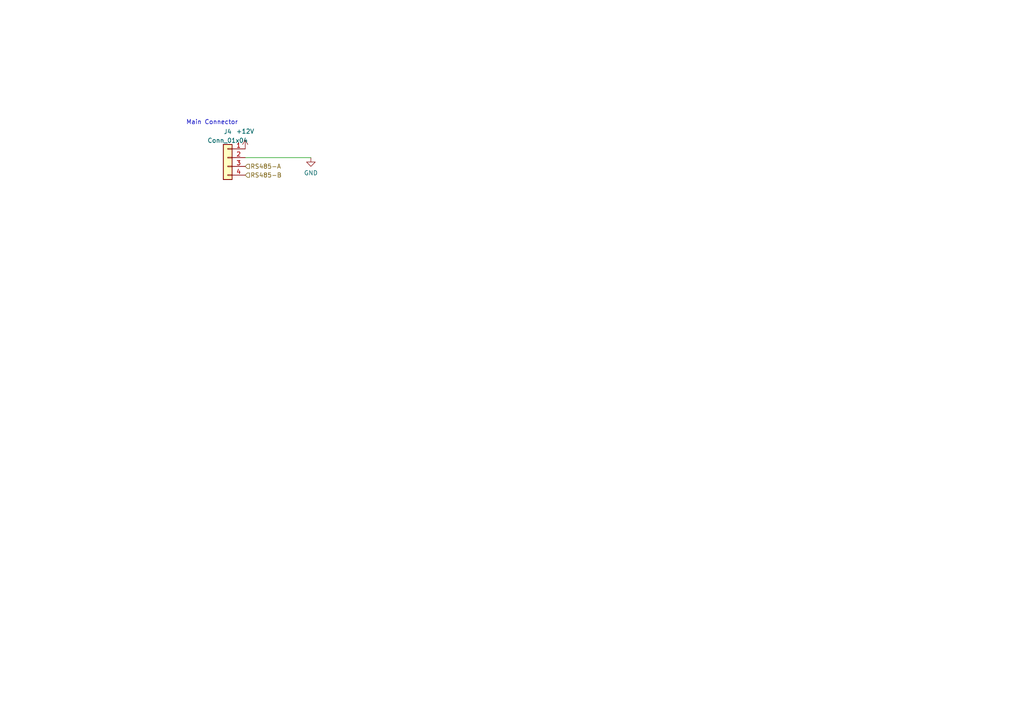
<source format=kicad_sch>
(kicad_sch (version 20231120) (generator "eeschema") (generator_version "8.0")
  (paper "A4")
  (lib_symbols
    (symbol "Connector_Generic:Conn_01x04" (pin_names (offset 1.016) hide)
      (property "Reference" "J" (at 0 5.08 0))
      (property "Value" "Conn_01x04" (at 0 -7.62 0))
      (symbol "Conn_01x04_1_1"
        (rectangle (start -1.27 -4.953) (end 0 -5.207) (stroke (width 0.1524)))
        (rectangle (start -1.27 -2.413) (end 0 -2.667) (stroke (width 0.1524)))
        (rectangle (start -1.27 0.127) (end 0 -0.127) (stroke (width 0.1524)))
        (rectangle (start -1.27 2.667) (end 0 2.413) (stroke (width 0.1524)))
        (rectangle (start -1.27 3.81) (end 1.27 -6.35) (stroke (width 0.254)) (fill (type background)))
        (pin passive line (at -5.08 2.54 0) (length 3.81) (name "Pin_1") (number "1"))
        (pin passive line (at -5.08 0 0) (length 3.81) (name "Pin_2") (number "2"))
        (pin passive line (at -5.08 -2.54 0) (length 3.81) (name "Pin_3") (number "3"))
        (pin passive line (at -5.08 -5.08 0) (length 3.81) (name "Pin_4") (number "4"))
      )
    )
    (symbol "power:+12V" (power) (pin_numbers hide) (pin_names (offset 0) hide)
      (property "Value" "+12V" (at 0 3.556 0))
      (symbol "+12V_0_1"
        (polyline (pts (xy -0.762 1.27) (xy 0 2.54)))
        (polyline (pts (xy 0 0) (xy 0 2.54)))
        (polyline (pts (xy 0 2.54) (xy 0.762 1.27)))
      )
      (symbol "+12V_1_1"
        (pin power_in line (at 0 0 90) (length 0) (name "~") (number "1"))
      )
    )
    (symbol "power:GND" (power) (pin_names (offset 0))
      (property "Value" "GND" (at 0 -3.81 0))
      (symbol "GND_0_1"
        (polyline (pts (xy 0 0) (xy 0 -1.27) (xy 1.27 -1.27) (xy 0 -2.54) (xy -1.27 -1.27) (xy 0 -1.27)))
      )
      (symbol "GND_1_1"
        (pin power_in line (at 0 0 270) (length 0) hide (name "GND") (number "1"))
      )
    )
  )
  (wire (pts (xy 71.12 45.72) (xy 90.17 45.72)))
  (text "Main Connector\n" (at 53.975 36.322 0) (effects (font (size 1.27 1.27)) (justify left bottom)))
  (hierarchical_label "RS485-B" (shape input) (at 71.12 50.8 0))
  (hierarchical_label "RS485-A" (shape input) (at 71.12 48.26 0))
  (symbol (lib_id "power:GND") (at 90.17 45.72 0) (unit 1)
    (property "Reference" "#PWR063" (effects (hide yes)))
    (property "Value" "GND" (at 90.17 50.1634 0))
  )
  (symbol (lib_id "Connector_Generic:Conn_01x04") (at 66.04 45.72 0) (mirror y) (unit 1)
    (property "Reference" "J4" (at 66.04 38.2102 0))
    (property "Value" "Conn_01x04" (at 66.04 40.7471 0))
    (property "Footprint" "Connector_Phoenix_MC:PhoenixContact_MCV_1,5_4-G-3.5_1x04_P3.50mm_Vertical" (effects (hide yes)))
  )
  (symbol (lib_id "power:+12V") (at 71.12 43.18 0) (unit 1)
    (property "Reference" "#PWR01" (effects (hide yes)))
    (property "Value" "+12V" (at 71.12 38.1 0))
    (property "Description" "Power symbol creates a global label with name \"+12V\"" (effects (hide yes)))
  )
)
</source>
